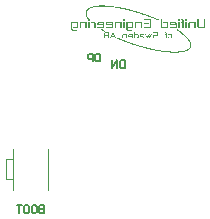
<source format=gbr>
%TF.GenerationSoftware,Altium Limited,Altium Designer,23.5.1 (21)*%
G04 Layer_Color=32896*
%FSLAX45Y45*%
%MOMM*%
%TF.SameCoordinates,8EFB5E64-3944-4511-97F7-C7C57B94F044*%
%TF.FilePolarity,Positive*%
%TF.FileFunction,Legend,Bot*%
%TF.Part,CustomerPanel*%
G01*
G75*
%TA.AperFunction,NonConductor*%
%ADD36C,0.15240*%
%ADD39C,0.10000*%
G36*
X1625761Y3649495D02*
X1630481D01*
X1634645Y3649217D01*
X1637976D01*
X1639087Y3648940D01*
X1640753D01*
X1646860Y3648662D01*
X1652968Y3648385D01*
X1658798Y3648107D01*
X1664073Y3647552D01*
X1668515Y3647274D01*
X1670181Y3646997D01*
X1673234D01*
X1674067Y3646719D01*
X1674900D01*
X1681563Y3646164D01*
X1688226Y3645331D01*
X1694334Y3644776D01*
X1699886Y3643943D01*
X1704606Y3643387D01*
X1706549Y3643110D01*
X1708215D01*
X1709603Y3642832D01*
X1710713Y3642555D01*
X1711546D01*
X1718764Y3641444D01*
X1725705Y3640334D01*
X1732368Y3639501D01*
X1738198Y3638390D01*
X1740974Y3638113D01*
X1743473Y3637557D01*
X1745416Y3637280D01*
X1747359Y3637002D01*
X1748748Y3636725D01*
X1749858D01*
X1750413Y3636447D01*
X1750691D01*
X1758187Y3635059D01*
X1765127Y3633948D01*
X1772068Y3632560D01*
X1778176Y3631450D01*
X1780674Y3630894D01*
X1783173Y3630339D01*
X1785394Y3630062D01*
X1787059Y3629784D01*
X1788725Y3629229D01*
X1789836D01*
X1790391Y3628951D01*
X1790669D01*
X1798720Y3627285D01*
X1806493Y3625620D01*
X1813711Y3623954D01*
X1820374Y3622566D01*
X1823150Y3621733D01*
X1825649Y3621178D01*
X1828147Y3620622D01*
X1830091Y3620067D01*
X1831479Y3619790D01*
X1832867Y3619512D01*
X1833422Y3619234D01*
X1833700D01*
X1841751Y3617291D01*
X1849802Y3615348D01*
X1857298Y3613404D01*
X1863961Y3611739D01*
X1866737Y3610906D01*
X1869513Y3610350D01*
X1871734Y3609795D01*
X1873677Y3609240D01*
X1875343Y3608685D01*
X1876454Y3608407D01*
X1877287Y3608129D01*
X1877564D01*
X1885615Y3605908D01*
X1893666Y3603410D01*
X1900884Y3601189D01*
X1907547Y3599246D01*
X1910601Y3598413D01*
X1913377Y3597580D01*
X1915598Y3597025D01*
X1917542Y3596192D01*
X1919207Y3595636D01*
X1920318Y3595359D01*
X1921151Y3595081D01*
X1921428D01*
X1929757Y3592583D01*
X1937808Y3590084D01*
X1945582Y3587585D01*
X1952245Y3585642D01*
X1955298Y3584532D01*
X1957797Y3583699D01*
X1960296Y3582866D01*
X1962239Y3582311D01*
X1963905Y3581755D01*
X1965015Y3581200D01*
X1965848Y3580922D01*
X1966126D01*
X1972511Y3578702D01*
X1978619Y3576758D01*
X1984171Y3574815D01*
X1989446Y3572871D01*
X1993610Y3571483D01*
X1995276Y3570928D01*
X1996942Y3570373D01*
X1998052Y3569818D01*
X1998885Y3569540D01*
X1999440Y3569262D01*
X1999718D01*
X2005826Y3566764D01*
X2011933Y3564543D01*
X2017486Y3562322D01*
X2022483Y3560378D01*
X2026647Y3558990D01*
X2028313Y3558157D01*
X2029979Y3557602D01*
X2031089Y3557047D01*
X2031922Y3556769D01*
X2032477Y3556492D01*
X2032755D01*
X2038863Y3554271D01*
X2044693Y3552050D01*
X2049967Y3549829D01*
X2054965Y3547885D01*
X2059129Y3546220D01*
X2060795Y3545387D01*
X2062183Y3544832D01*
X2063293Y3544276D01*
X2064126Y3543999D01*
X2064681Y3543721D01*
X2064959D01*
X2070789Y3541223D01*
X2076619Y3539002D01*
X2081616Y3536781D01*
X2086336Y3534837D01*
X2090500Y3533171D01*
X2093276Y3531783D01*
X2094665Y3531228D01*
X2095220Y3530951D01*
X2095775Y3530673D01*
X2096053D01*
X2092444Y3522344D01*
X2086891Y3524843D01*
X2081339Y3527341D01*
X2076064Y3529562D01*
X2071344Y3531506D01*
X2067180Y3533171D01*
X2064126Y3534560D01*
X2063016Y3535115D01*
X2062183Y3535392D01*
X2061628Y3535670D01*
X2061350D01*
X2055520Y3538169D01*
X2049967Y3540390D01*
X2044415Y3542611D01*
X2039695Y3544554D01*
X2035531Y3546220D01*
X2033865Y3546775D01*
X2032477Y3547330D01*
X2031367Y3547885D01*
X2030534Y3548163D01*
X2029979Y3548441D01*
X2029701D01*
X2023593Y3550939D01*
X2017486Y3553160D01*
X2011933Y3555104D01*
X2006936Y3557047D01*
X2002494Y3558435D01*
X2000828Y3558990D01*
X1999163Y3559546D01*
X1998052Y3560101D01*
X1997219Y3560378D01*
X1996664Y3560656D01*
X1996386D01*
X1990279Y3562877D01*
X1984171Y3565098D01*
X1978619Y3567041D01*
X1973621Y3568707D01*
X1969457Y3570373D01*
X1967791Y3570928D01*
X1966126Y3571483D01*
X1965015Y3571761D01*
X1964182Y3572039D01*
X1963627Y3572316D01*
X1963349D01*
X1955021Y3575092D01*
X1946970Y3577869D01*
X1939752Y3580090D01*
X1932811Y3582311D01*
X1930035Y3583421D01*
X1927259Y3584254D01*
X1925038Y3584809D01*
X1923094Y3585642D01*
X1921428Y3586197D01*
X1920318Y3586475D01*
X1919485Y3586753D01*
X1919207D01*
X1910879Y3589251D01*
X1902828Y3591472D01*
X1895610Y3593693D01*
X1888669Y3595636D01*
X1885893Y3596469D01*
X1883117Y3597302D01*
X1880896Y3597857D01*
X1878952Y3598413D01*
X1877287Y3598968D01*
X1876176Y3599246D01*
X1875343Y3599523D01*
X1875066D01*
X1867015Y3601744D01*
X1858964Y3603965D01*
X1851745Y3605631D01*
X1845082Y3607297D01*
X1842306Y3608129D01*
X1839530Y3608685D01*
X1837309Y3609240D01*
X1835366Y3609795D01*
X1833978Y3610073D01*
X1832589Y3610350D01*
X1832034Y3610628D01*
X1831757D01*
X1823706Y3612571D01*
X1815932Y3614237D01*
X1808714Y3615903D01*
X1802329Y3617291D01*
X1799275Y3617846D01*
X1796776Y3618401D01*
X1794278Y3618957D01*
X1792334Y3619234D01*
X1790946Y3619512D01*
X1789558Y3619790D01*
X1789003Y3620067D01*
X1788725D01*
X1781229Y3621455D01*
X1774011Y3623121D01*
X1767071Y3624232D01*
X1761241Y3625342D01*
X1758464Y3625897D01*
X1755966Y3626175D01*
X1754022Y3626730D01*
X1752079Y3627008D01*
X1750691Y3627285D01*
X1749580D01*
X1749025Y3627563D01*
X1748748D01*
X1741529Y3628951D01*
X1734311Y3630062D01*
X1727926Y3631172D01*
X1722096Y3632005D01*
X1719597Y3632283D01*
X1717376Y3632560D01*
X1715433Y3633115D01*
X1713767D01*
X1712379Y3633393D01*
X1711269Y3633671D01*
X1710436D01*
X1703495Y3634504D01*
X1697110Y3635336D01*
X1691002Y3635892D01*
X1685727Y3636447D01*
X1681008Y3637002D01*
X1679342D01*
X1677676Y3637280D01*
X1676288D01*
X1675455Y3637557D01*
X1674623D01*
X1667960Y3638113D01*
X1661852Y3638945D01*
X1656022Y3639223D01*
X1650747Y3639778D01*
X1646583Y3640056D01*
X1643251D01*
X1642141Y3640334D01*
X1634367D01*
X1628537Y3640611D01*
X1603551D01*
X1598276Y3640334D01*
X1593557D01*
X1589393Y3640056D01*
X1585783Y3639778D01*
X1583007D01*
X1582174Y3639501D01*
X1580786D01*
X1575789Y3638945D01*
X1571070Y3638668D01*
X1566905Y3638113D01*
X1563018Y3637557D01*
X1559965Y3637002D01*
X1557466Y3636725D01*
X1556078Y3636447D01*
X1555523D01*
X1551081Y3635614D01*
X1547194Y3634781D01*
X1543307Y3634226D01*
X1540253Y3633393D01*
X1537477Y3632838D01*
X1535534Y3632283D01*
X1534423Y3631727D01*
X1533868D01*
X1530259Y3630617D01*
X1526650Y3629506D01*
X1523596Y3628396D01*
X1520820Y3627563D01*
X1518599Y3626730D01*
X1516933Y3625897D01*
X1515823Y3625620D01*
X1515545Y3625342D01*
X1512491Y3623954D01*
X1509715Y3622566D01*
X1507494Y3621455D01*
X1505273Y3620067D01*
X1503607Y3618957D01*
X1502497Y3618124D01*
X1501664Y3617569D01*
X1501386Y3617291D01*
X1497500Y3613959D01*
X1494446Y3610906D01*
X1493335Y3609795D01*
X1492225Y3608685D01*
X1491947Y3608129D01*
X1491670Y3607852D01*
X1488893Y3603965D01*
X1486950Y3600634D01*
X1486395Y3599246D01*
X1485840Y3598135D01*
X1485562Y3597302D01*
Y3597025D01*
X1484451Y3592860D01*
X1483896Y3589251D01*
X1483619Y3587585D01*
Y3586475D01*
Y3585642D01*
Y3585364D01*
X1483896Y3580922D01*
X1484174Y3578702D01*
X1484451Y3576758D01*
X1485007Y3575092D01*
X1485284Y3573704D01*
X1485562Y3572871D01*
Y3572594D01*
X1486950Y3567874D01*
X1487783Y3565376D01*
X1488616Y3563432D01*
X1489449Y3561489D01*
X1490281Y3560101D01*
X1490559Y3559268D01*
X1490837Y3558990D01*
X1493891Y3553438D01*
X1495279Y3550939D01*
X1496667Y3548718D01*
X1498055Y3546775D01*
X1499165Y3545109D01*
X1499721Y3543999D01*
X1499998Y3543721D01*
X1492780Y3538724D01*
X1488616Y3544832D01*
X1486950Y3547608D01*
X1485562Y3549829D01*
X1484451Y3552050D01*
X1483341Y3553438D01*
X1483063Y3554548D01*
X1482786Y3554826D01*
X1480287Y3560656D01*
X1479177Y3563155D01*
X1478344Y3565653D01*
X1477789Y3567597D01*
X1477233Y3568985D01*
X1476956Y3570095D01*
Y3570373D01*
X1475568Y3575925D01*
X1475012Y3578702D01*
Y3580922D01*
X1474735Y3582866D01*
Y3584254D01*
Y3585364D01*
Y3585642D01*
X1475290Y3590917D01*
X1475568Y3593415D01*
X1475845Y3595636D01*
X1476400Y3597302D01*
X1476678Y3598690D01*
X1476956Y3599523D01*
Y3599801D01*
X1478899Y3605076D01*
X1480287Y3607297D01*
X1481398Y3609240D01*
X1482508Y3610906D01*
X1483341Y3612016D01*
X1483896Y3612849D01*
X1484174Y3613127D01*
X1488061Y3617569D01*
X1490004Y3619512D01*
X1491947Y3621455D01*
X1493613Y3622843D01*
X1495001Y3623954D01*
X1495834Y3624509D01*
X1496112Y3624787D01*
X1501386Y3628118D01*
X1504163Y3629506D01*
X1506661Y3630894D01*
X1508882Y3631727D01*
X1510548Y3632560D01*
X1511658Y3633115D01*
X1511936Y3633393D01*
X1518599Y3636169D01*
X1521653Y3637557D01*
X1524707Y3638390D01*
X1527205Y3639223D01*
X1529426Y3639778D01*
X1530537Y3640334D01*
X1531092D01*
X1539143Y3642277D01*
X1543030Y3643387D01*
X1546639Y3643943D01*
X1549693Y3644498D01*
X1551914Y3645053D01*
X1553579Y3645331D01*
X1554135D01*
X1563296Y3646719D01*
X1567738Y3647274D01*
X1571625Y3647552D01*
X1574956Y3647829D01*
X1577732Y3648107D01*
X1579398Y3648385D01*
X1579953D01*
X1590225Y3649217D01*
X1594945Y3649495D01*
X1599387D01*
X1603274Y3649773D01*
X1620209D01*
X1625761Y3649495D01*
D02*
G37*
G36*
X2329810Y3522067D02*
X2318706D01*
Y3533171D01*
X2329810D01*
Y3522067D01*
D02*
G37*
G36*
X2272620D02*
X2261238D01*
Y3533171D01*
X2272620D01*
Y3522067D01*
D02*
G37*
G36*
X1804550D02*
X1793167D01*
Y3533171D01*
X1804550D01*
Y3522067D01*
D02*
G37*
G36*
X1508882D02*
X1497500D01*
Y3533171D01*
X1508882D01*
Y3522067D01*
D02*
G37*
G36*
X2012766Y3492361D02*
X1970845D01*
Y3503188D01*
X2012766D01*
Y3492361D01*
D02*
G37*
G36*
X2487500Y3472650D02*
X2487222Y3469874D01*
X2486667Y3467375D01*
X2486112Y3465154D01*
X2485001Y3463211D01*
X2483613Y3461545D01*
X2482225Y3460157D01*
X2479171Y3458214D01*
X2476395Y3457103D01*
X2473619Y3456548D01*
X2472508Y3456270D01*
X2438083D01*
X2435307Y3456548D01*
X2432531Y3457103D01*
X2430310Y3457658D01*
X2428644Y3458769D01*
X2426978Y3460157D01*
X2425590Y3461545D01*
X2423369Y3464599D01*
X2422259Y3467375D01*
X2421426Y3470151D01*
Y3471262D01*
X2421148Y3471817D01*
Y3472372D01*
Y3472650D01*
Y3533171D01*
X2432531D01*
Y3474316D01*
X2432808Y3472095D01*
X2433641Y3470429D01*
X2435029Y3469041D01*
X2436140Y3468208D01*
X2437528Y3467653D01*
X2438916Y3467375D01*
X2469177D01*
X2471675Y3467653D01*
X2473619Y3468486D01*
X2474729Y3469874D01*
X2475840Y3471262D01*
X2476395Y3472372D01*
X2476672Y3473760D01*
Y3474593D01*
Y3474871D01*
Y3533171D01*
X2487500D01*
Y3472650D01*
D02*
G37*
G36*
X2405324Y3456270D02*
X2394219D01*
Y3500412D01*
X2363125D01*
X2360626Y3500134D01*
X2358683Y3499302D01*
X2357573Y3497914D01*
X2356462Y3496803D01*
X2355907Y3495415D01*
X2355629Y3494304D01*
Y3493472D01*
Y3493194D01*
Y3456270D01*
X2344802D01*
Y3494582D01*
X2345080Y3497636D01*
X2345635Y3500134D01*
X2346190Y3502355D01*
X2347301Y3504299D01*
X2348689Y3505965D01*
X2350077Y3507353D01*
X2352853Y3509296D01*
X2355907Y3510684D01*
X2358683Y3511239D01*
X2359794Y3511517D01*
X2405324D01*
Y3456270D01*
D02*
G37*
G36*
X2329810D02*
X2318706D01*
Y3511795D01*
X2329810D01*
Y3456270D01*
D02*
G37*
G36*
X2292054Y3532894D02*
X2294552Y3532339D01*
X2296773Y3531783D01*
X2298717Y3530673D01*
X2300382Y3529285D01*
X2301771Y3527897D01*
X2303714Y3525120D01*
X2304824Y3522067D01*
X2305380Y3519290D01*
X2305657Y3518180D01*
Y3517625D01*
Y3517069D01*
Y3516792D01*
Y3456270D01*
X2294830D01*
Y3500412D01*
X2283725D01*
Y3511517D01*
X2294830D01*
Y3515404D01*
X2294552Y3517625D01*
X2293720Y3519290D01*
X2292609Y3520679D01*
X2291499Y3521511D01*
X2290388Y3522067D01*
X2289278Y3522344D01*
X2280671D01*
Y3533171D01*
X2289278D01*
X2292054Y3532894D01*
D02*
G37*
G36*
X2272065Y3456270D02*
X2261238D01*
Y3511795D01*
X2272065D01*
Y3456270D01*
D02*
G37*
G36*
X2234308Y3511239D02*
X2236807Y3510684D01*
X2239028Y3509851D01*
X2240971Y3508741D01*
X2242637Y3507353D01*
X2244025Y3505965D01*
X2245969Y3502911D01*
X2247079Y3499857D01*
X2247634Y3497081D01*
X2247912Y3495970D01*
Y3495415D01*
Y3494860D01*
Y3494582D01*
Y3472372D01*
X2247634Y3469596D01*
X2247079Y3467097D01*
X2246524Y3464876D01*
X2245413Y3463211D01*
X2244025Y3461545D01*
X2242637Y3460157D01*
X2239583Y3458214D01*
X2236807Y3457103D01*
X2234031Y3456548D01*
X2232920Y3456270D01*
X2190167D01*
Y3467375D01*
X2229589D01*
X2232087Y3467653D01*
X2234031Y3468763D01*
X2235141Y3469874D01*
X2236252Y3471539D01*
X2236807Y3472928D01*
X2237085Y3474316D01*
Y3475148D01*
Y3475426D01*
Y3492361D01*
X2236807Y3494860D01*
X2235697Y3496803D01*
X2234308Y3498191D01*
X2232920Y3499302D01*
X2231255Y3499857D01*
X2230144Y3500134D01*
X2204325D01*
X2202382Y3499857D01*
X2200994Y3499579D01*
X2200161Y3499024D01*
X2199328Y3498191D01*
X2198773Y3496803D01*
Y3496525D01*
Y3496248D01*
Y3491528D01*
X2231255D01*
Y3480701D01*
X2187390D01*
Y3497358D01*
X2187668Y3499857D01*
X2188223Y3501800D01*
X2189056Y3503744D01*
X2190167Y3505409D01*
X2192943Y3507908D01*
X2195997Y3509574D01*
X2199050Y3510684D01*
X2201827Y3511239D01*
X2202660Y3511517D01*
X2231532D01*
X2234308Y3511239D01*
D02*
G37*
G36*
X2125203Y3467375D02*
X2154353D01*
X2157407Y3467653D01*
X2159628Y3468763D01*
X2161294Y3470151D01*
X2162404Y3471817D01*
X2162960Y3473205D01*
X2163237Y3474593D01*
X2163515Y3475704D01*
Y3475981D01*
Y3492639D01*
X2163237Y3495137D01*
X2162404Y3497081D01*
X2161294Y3498469D01*
X2159906Y3499579D01*
X2158518Y3500134D01*
X2157407Y3500412D01*
X2130755D01*
Y3511517D01*
X2158240D01*
X2161016Y3511239D01*
X2163515Y3510684D01*
X2165736Y3509574D01*
X2167679Y3508741D01*
X2169345Y3507353D01*
X2170733Y3505965D01*
X2172676Y3502911D01*
X2174064Y3500134D01*
X2174620Y3497636D01*
X2174897Y3495693D01*
Y3495415D01*
Y3495137D01*
Y3473205D01*
X2174620Y3470429D01*
X2174064Y3467653D01*
X2173232Y3465432D01*
X2172121Y3463766D01*
X2171011Y3462100D01*
X2169623Y3460712D01*
X2166569Y3458491D01*
X2163515Y3457381D01*
X2160739Y3456548D01*
X2159628D01*
X2159073Y3456270D01*
X2114376D01*
Y3533171D01*
X2125203D01*
Y3467375D01*
D02*
G37*
G36*
X2029979Y3456270D02*
X1970012D01*
Y3467375D01*
X2019151D01*
Y3522344D01*
X1970012D01*
Y3533171D01*
X2029979D01*
Y3456270D01*
D02*
G37*
G36*
X1953077D02*
X1942250D01*
Y3500412D01*
X1910879D01*
X1908658Y3500134D01*
X1906715Y3499302D01*
X1905604Y3497914D01*
X1904771Y3496803D01*
X1904216Y3495415D01*
X1903938Y3494304D01*
X1903661Y3493472D01*
Y3493194D01*
Y3456270D01*
X1892556D01*
Y3494582D01*
X1892833Y3497636D01*
X1893389Y3500134D01*
X1893944Y3502355D01*
X1895054Y3504299D01*
X1896442Y3505965D01*
X1897831Y3507353D01*
X1900607Y3509296D01*
X1903661Y3510684D01*
X1906437Y3511239D01*
X1907547Y3511517D01*
X1953077D01*
Y3456270D01*
D02*
G37*
G36*
X1866182Y3511239D02*
X1868680Y3510684D01*
X1870901Y3509851D01*
X1872845Y3508741D01*
X1874510Y3507353D01*
X1875898Y3505965D01*
X1877842Y3502633D01*
X1878952Y3499579D01*
X1879508Y3496803D01*
X1879785Y3495970D01*
Y3495137D01*
Y3494582D01*
Y3494304D01*
Y3472372D01*
X1879508Y3469596D01*
X1878952Y3467097D01*
X1878397Y3464876D01*
X1877287Y3463211D01*
X1875898Y3461545D01*
X1874510Y3460157D01*
X1871457Y3458214D01*
X1868680Y3457103D01*
X1865904Y3456548D01*
X1864794Y3456270D01*
X1835643D01*
Y3467375D01*
X1860907D01*
X1863683Y3467653D01*
X1865626Y3468486D01*
X1867015Y3469874D01*
X1867847Y3471262D01*
X1868403Y3472372D01*
X1868958Y3473760D01*
Y3474593D01*
Y3474871D01*
Y3491806D01*
X1868680Y3494582D01*
X1867570Y3496803D01*
X1865904Y3498191D01*
X1864238Y3499302D01*
X1862573Y3499857D01*
X1860907Y3500134D01*
X1859796Y3500412D01*
X1830091D01*
Y3452106D01*
X1830368Y3449885D01*
X1831201Y3448219D01*
X1832589Y3447109D01*
X1833700Y3446276D01*
X1835088Y3445721D01*
X1836476Y3445443D01*
X1868958D01*
Y3434060D01*
X1835643D01*
X1832867Y3434338D01*
X1830091Y3434893D01*
X1828147Y3435726D01*
X1826204Y3436837D01*
X1824538Y3437947D01*
X1823150Y3439335D01*
X1821207Y3442667D01*
X1820096Y3445721D01*
X1819541Y3448497D01*
X1819264Y3449330D01*
Y3450163D01*
Y3450718D01*
Y3450995D01*
Y3511517D01*
X1863405D01*
X1866182Y3511239D01*
D02*
G37*
G36*
X1804550Y3456270D02*
X1793445D01*
Y3511795D01*
X1804550D01*
Y3456270D01*
D02*
G37*
G36*
X1780119D02*
X1769292D01*
Y3500412D01*
X1737920D01*
X1735699Y3500134D01*
X1734034Y3499302D01*
X1732646Y3497914D01*
X1731813Y3496803D01*
X1731257Y3495415D01*
X1730980Y3494304D01*
Y3493472D01*
Y3493194D01*
Y3456270D01*
X1719597D01*
Y3494582D01*
X1719875Y3497636D01*
X1720430Y3500134D01*
X1721263Y3502355D01*
X1722096Y3504299D01*
X1723484Y3505965D01*
X1724872Y3507353D01*
X1727926Y3509296D01*
X1731257Y3510684D01*
X1733756Y3511239D01*
X1734866Y3511517D01*
X1780119D01*
Y3456270D01*
D02*
G37*
G36*
X1693501Y3511239D02*
X1695999Y3510684D01*
X1698220Y3509851D01*
X1700164Y3508741D01*
X1701552Y3507353D01*
X1702940Y3505965D01*
X1704883Y3502911D01*
X1706271Y3499857D01*
X1706827Y3497081D01*
X1707104Y3495970D01*
Y3495415D01*
Y3494860D01*
Y3494582D01*
Y3472372D01*
X1706827Y3469596D01*
X1706271Y3467097D01*
X1705439Y3464876D01*
X1704328Y3463211D01*
X1703218Y3461545D01*
X1701829Y3460157D01*
X1698776Y3458214D01*
X1695722Y3457103D01*
X1692946Y3456548D01*
X1691835Y3456270D01*
X1649081D01*
Y3467375D01*
X1688504D01*
X1691002Y3467653D01*
X1692946Y3468763D01*
X1694056Y3469874D01*
X1695167Y3471539D01*
X1695722Y3472928D01*
X1695999Y3474316D01*
Y3475148D01*
Y3475426D01*
Y3492361D01*
X1695722Y3494860D01*
X1694611Y3496803D01*
X1693223Y3498191D01*
X1691835Y3499302D01*
X1690169Y3499857D01*
X1689059Y3500134D01*
X1662962D01*
X1661297Y3499857D01*
X1659909Y3499579D01*
X1659076Y3499024D01*
X1658243Y3498191D01*
X1657688Y3496803D01*
Y3496525D01*
Y3496248D01*
Y3491528D01*
X1690169D01*
Y3480701D01*
X1646583D01*
Y3497358D01*
X1646860Y3499857D01*
X1647416Y3501800D01*
X1647971Y3503744D01*
X1649081Y3505409D01*
X1651858Y3507908D01*
X1654634Y3509574D01*
X1657688Y3510684D01*
X1660464Y3511239D01*
X1661574Y3511517D01*
X1690447D01*
X1693501Y3511239D01*
D02*
G37*
G36*
X1620209D02*
X1622707Y3510684D01*
X1624928Y3509851D01*
X1626872Y3508741D01*
X1628537Y3507353D01*
X1629925Y3505965D01*
X1631869Y3502911D01*
X1632979Y3499857D01*
X1633534Y3497081D01*
X1633812Y3495970D01*
Y3495415D01*
Y3494860D01*
Y3494582D01*
Y3472372D01*
X1633534Y3469596D01*
X1632979Y3467097D01*
X1632146Y3464876D01*
X1631036Y3463211D01*
X1629925Y3461545D01*
X1628537Y3460157D01*
X1625483Y3458214D01*
X1622430Y3457103D01*
X1619931Y3456548D01*
X1618820Y3456270D01*
X1575511D01*
Y3467375D01*
X1615489D01*
X1617988Y3467653D01*
X1619931Y3468763D01*
X1621041Y3469874D01*
X1622152Y3471539D01*
X1622707Y3472928D01*
X1622985Y3474316D01*
Y3475148D01*
Y3475426D01*
Y3492361D01*
X1622707Y3494860D01*
X1621597Y3496803D01*
X1620209Y3498191D01*
X1618543Y3499302D01*
X1617155Y3499857D01*
X1615767Y3500134D01*
X1589670D01*
X1587727Y3499857D01*
X1586339Y3499579D01*
X1585506Y3499024D01*
X1584673Y3498191D01*
X1584118Y3496803D01*
Y3496525D01*
Y3496248D01*
Y3491528D01*
X1616600D01*
Y3480701D01*
X1573290D01*
Y3497358D01*
X1573568Y3499857D01*
X1574123Y3501800D01*
X1574679Y3503744D01*
X1575789Y3505409D01*
X1578565Y3507908D01*
X1581342Y3509574D01*
X1584395Y3510684D01*
X1587172Y3511239D01*
X1588282Y3511517D01*
X1617432D01*
X1620209Y3511239D01*
D02*
G37*
G36*
X1546916D02*
X1549415Y3510684D01*
X1551636Y3509851D01*
X1553579Y3508741D01*
X1555245Y3507353D01*
X1556633Y3505965D01*
X1558577Y3503188D01*
X1559687Y3500134D01*
X1560242Y3497636D01*
X1560520Y3496525D01*
Y3495693D01*
Y3495415D01*
Y3495137D01*
Y3456270D01*
X1549415D01*
Y3493472D01*
X1549137Y3495693D01*
X1548304Y3497358D01*
X1547194Y3498746D01*
X1545806Y3499579D01*
X1544418Y3500134D01*
X1543307Y3500412D01*
X1521653D01*
Y3511517D01*
X1544140D01*
X1546916Y3511239D01*
D02*
G37*
G36*
X1508882Y3456270D02*
X1497500D01*
Y3511795D01*
X1508882D01*
Y3456270D01*
D02*
G37*
G36*
X1484729D02*
X1473624D01*
Y3500412D01*
X1442531D01*
X1440310Y3500134D01*
X1438366Y3499302D01*
X1436978Y3497914D01*
X1436145Y3496803D01*
X1435590Y3495415D01*
X1435312Y3494304D01*
X1435035Y3493472D01*
Y3493194D01*
Y3456270D01*
X1424207D01*
Y3494582D01*
X1424485Y3497636D01*
X1425040Y3500134D01*
X1425873Y3502355D01*
X1426706Y3504299D01*
X1428094Y3505965D01*
X1429482Y3507353D01*
X1432536Y3509296D01*
X1435590Y3510684D01*
X1438366Y3511239D01*
X1439199Y3511517D01*
X1484729D01*
Y3456270D01*
D02*
G37*
G36*
X1397556Y3511239D02*
X1400054Y3510684D01*
X1402275Y3509851D01*
X1404219Y3508741D01*
X1405884Y3507353D01*
X1407273Y3505965D01*
X1409216Y3502633D01*
X1410326Y3499579D01*
X1410882Y3496803D01*
X1411159Y3495970D01*
Y3495137D01*
Y3494582D01*
Y3494304D01*
Y3472372D01*
X1410882Y3469596D01*
X1410326Y3467097D01*
X1409771Y3464876D01*
X1408661Y3463211D01*
X1407273Y3461545D01*
X1405884Y3460157D01*
X1402831Y3458214D01*
X1400054Y3457103D01*
X1397278Y3456548D01*
X1396168Y3456270D01*
X1367573D01*
Y3467375D01*
X1392559D01*
X1395057Y3467653D01*
X1397001Y3468486D01*
X1398389Y3469874D01*
X1399221Y3471262D01*
X1399777Y3472372D01*
X1400332Y3473760D01*
Y3474593D01*
Y3474871D01*
Y3491806D01*
X1400054Y3494582D01*
X1398944Y3496803D01*
X1397278Y3498191D01*
X1395612Y3499302D01*
X1393947Y3499857D01*
X1392281Y3500134D01*
X1391170Y3500412D01*
X1361743D01*
Y3452106D01*
X1362020Y3449885D01*
X1362853Y3448219D01*
X1364241Y3447109D01*
X1365352Y3446276D01*
X1366740Y3445721D01*
X1368128Y3445443D01*
X1400332D01*
Y3434060D01*
X1367295D01*
X1364241Y3434338D01*
X1361743Y3434893D01*
X1359522Y3435726D01*
X1357578Y3436837D01*
X1355912Y3437947D01*
X1354802Y3439335D01*
X1352581Y3442667D01*
X1351470Y3445721D01*
X1350915Y3448497D01*
X1350638Y3449330D01*
Y3450163D01*
Y3450718D01*
Y3450995D01*
Y3511517D01*
X1394780D01*
X1397556Y3511239D01*
D02*
G37*
G36*
X1613268Y3448774D02*
X1615767Y3447386D01*
X1617988Y3445998D01*
X1619931Y3444888D01*
X1621319Y3444055D01*
X1622430Y3443500D01*
X1622707Y3443222D01*
X1627982Y3439891D01*
X1630481Y3438502D01*
X1632979Y3437114D01*
X1634923Y3435726D01*
X1636311Y3434893D01*
X1637421Y3434338D01*
X1637699Y3434060D01*
X1632979Y3426287D01*
X1627427Y3429618D01*
X1624928Y3431284D01*
X1622430Y3432672D01*
X1620764Y3433783D01*
X1619098Y3434616D01*
X1618265Y3435171D01*
X1617988Y3435449D01*
X1612435Y3438780D01*
X1609937Y3440446D01*
X1607716Y3441834D01*
X1606050Y3442944D01*
X1604384Y3443777D01*
X1603551Y3444332D01*
X1603274Y3444610D01*
X1607993Y3452106D01*
X1613268Y3448774D01*
D02*
G37*
G36*
X2000273Y3370485D02*
X1996386D01*
X1978619Y3406853D01*
X1986392D01*
X1998330Y3381312D01*
X2010823Y3406853D01*
X2018319D01*
X2000273Y3370485D01*
D02*
G37*
G36*
X2019429Y3370763D02*
X2016098D01*
X2010545Y3382700D01*
X2013321Y3389641D01*
X2017208Y3381035D01*
X2029979Y3407131D01*
X2037474D01*
X2019429Y3370763D01*
D02*
G37*
G36*
X2201549Y3406576D02*
X2204325Y3405465D01*
X2205991Y3403800D01*
X2207379Y3401856D01*
X2208212Y3399635D01*
X2208490Y3397970D01*
X2208767Y3396859D01*
Y3396304D01*
Y3379924D01*
X2208212Y3376870D01*
X2207102Y3374372D01*
X2205436Y3372706D01*
X2203215Y3371595D01*
X2201271Y3371040D01*
X2199606Y3370763D01*
X2198495Y3370485D01*
X2179617D01*
X2175730Y3370763D01*
X2172954Y3371873D01*
X2171011Y3373261D01*
X2169623Y3374927D01*
X2168790Y3376593D01*
X2168512Y3377981D01*
X2168234Y3379091D01*
Y3379369D01*
Y3396304D01*
X2168790Y3399913D01*
X2169900Y3402689D01*
X2171844Y3404633D01*
X2173787Y3405743D01*
X2176008Y3406576D01*
X2177951Y3406853D01*
X2179062Y3407131D01*
X2197940D01*
X2201549Y3406576D01*
D02*
G37*
G36*
X2152688Y3421567D02*
X2155464Y3420179D01*
X2157407Y3418236D01*
X2158795Y3416293D01*
X2159628Y3414072D01*
X2159906Y3412406D01*
X2160183Y3411295D01*
Y3410740D01*
Y3370485D01*
X2152688D01*
Y3399913D01*
X2145192D01*
Y3407131D01*
X2152688D01*
Y3409907D01*
X2152410Y3411573D01*
X2151855Y3412684D01*
X2151299Y3413516D01*
X2150467Y3414072D01*
X2148801Y3414627D01*
X2143248D01*
Y3422123D01*
X2149079D01*
X2152688Y3421567D01*
D02*
G37*
G36*
X2084115D02*
X2086891Y3420179D01*
X2088557Y3418236D01*
X2089945Y3416293D01*
X2090778Y3414072D01*
X2091056Y3412406D01*
X2091333Y3411295D01*
Y3410740D01*
Y3405743D01*
X2090778Y3402134D01*
X2089667Y3399358D01*
X2088002Y3397414D01*
X2085781Y3396026D01*
X2083837Y3395193D01*
X2082172Y3394916D01*
X2081061Y3394638D01*
X2059684D01*
X2058018Y3394360D01*
X2056908Y3393805D01*
X2055798Y3392972D01*
X2055242Y3392140D01*
X2054687Y3390474D01*
Y3389919D01*
Y3389641D01*
Y3382978D01*
X2054965Y3381312D01*
X2055520Y3380202D01*
X2056353Y3379091D01*
X2057186Y3378536D01*
X2058851Y3377981D01*
X2091056D01*
Y3370485D01*
X2058574D01*
X2054687Y3371040D01*
X2051911Y3372151D01*
X2049967Y3373816D01*
X2048579Y3376037D01*
X2047746Y3377981D01*
X2047469Y3379647D01*
X2047191Y3380757D01*
Y3381312D01*
Y3391584D01*
X2047746Y3394916D01*
X2048857Y3397414D01*
X2050800Y3399358D01*
X2052744Y3400468D01*
X2054965Y3401301D01*
X2056908Y3401579D01*
X2058018Y3401856D01*
X2079395D01*
X2080783Y3402134D01*
X2081894Y3402689D01*
X2082727Y3403244D01*
X2083282Y3404077D01*
X2083837Y3405743D01*
Y3406021D01*
Y3406298D01*
Y3409907D01*
X2083560Y3411573D01*
X2083004Y3412684D01*
X2082449Y3413516D01*
X2081616Y3414072D01*
X2079951Y3414627D01*
X2047746D01*
Y3422123D01*
X2080506D01*
X2084115Y3421567D01*
D02*
G37*
G36*
X1966126Y3406576D02*
X1968902Y3405465D01*
X1970568Y3403800D01*
X1971956Y3401856D01*
X1972789Y3399635D01*
X1973066Y3397970D01*
X1973344Y3396859D01*
Y3396304D01*
Y3381312D01*
X1972789Y3377703D01*
X1971678Y3374927D01*
X1970012Y3373261D01*
X1967791Y3371873D01*
X1965848Y3371040D01*
X1964182Y3370763D01*
X1963072Y3370485D01*
X1934754D01*
Y3377981D01*
X1961406D01*
X1963072Y3378258D01*
X1964182Y3378814D01*
X1965293Y3379647D01*
X1965848Y3380757D01*
X1966403Y3382423D01*
Y3382978D01*
Y3383256D01*
Y3394638D01*
X1966126Y3396304D01*
X1965570Y3397692D01*
X1964460Y3398525D01*
X1963349Y3399358D01*
X1961406Y3399913D01*
X1943083D01*
X1941972Y3399358D01*
X1941140Y3398525D01*
X1940584Y3397692D01*
Y3397137D01*
Y3393805D01*
X1962239D01*
Y3386587D01*
X1933366D01*
Y3398247D01*
X1933921Y3401301D01*
X1935032Y3403522D01*
X1936698Y3404910D01*
X1938641Y3406021D01*
X1940862Y3406576D01*
X1942528Y3407131D01*
X1962517D01*
X1966126Y3406576D01*
D02*
G37*
G36*
X1892001Y3377981D02*
X1910879D01*
X1913100Y3378258D01*
X1914488Y3378814D01*
X1915598Y3379647D01*
X1916431Y3380757D01*
X1916987Y3381590D01*
X1917264Y3382423D01*
Y3382978D01*
Y3383256D01*
Y3394638D01*
X1916987Y3396304D01*
X1916431Y3397692D01*
X1915598Y3398525D01*
X1914766Y3399358D01*
X1913100Y3399913D01*
X1895332D01*
Y3407131D01*
X1913655D01*
X1917264Y3406576D01*
X1920040Y3405465D01*
X1921984Y3403522D01*
X1923372Y3401579D01*
X1924205Y3399635D01*
X1924482Y3397970D01*
X1924760Y3396859D01*
Y3396304D01*
Y3381868D01*
X1924205Y3378258D01*
X1923094Y3375482D01*
X1921151Y3373261D01*
X1919207Y3372151D01*
X1917264Y3371040D01*
X1915321Y3370763D01*
X1914210Y3370485D01*
X1884505D01*
Y3422123D01*
X1892001D01*
Y3377981D01*
D02*
G37*
G36*
X1868680Y3406576D02*
X1871457Y3405465D01*
X1873122Y3403800D01*
X1874510Y3401856D01*
X1875343Y3399635D01*
X1875621Y3397970D01*
X1875898Y3396859D01*
Y3396304D01*
Y3381312D01*
X1875343Y3377703D01*
X1874233Y3374927D01*
X1872567Y3373261D01*
X1870346Y3371873D01*
X1868403Y3371040D01*
X1866737Y3370763D01*
X1865626Y3370485D01*
X1837309D01*
Y3377981D01*
X1863683D01*
X1865349Y3378258D01*
X1866459Y3378814D01*
X1867292Y3379647D01*
X1867847Y3380757D01*
X1868403Y3382423D01*
Y3382978D01*
Y3383256D01*
Y3394638D01*
X1868125Y3396304D01*
X1867570Y3397692D01*
X1866737Y3398525D01*
X1865626Y3399358D01*
X1863683Y3399913D01*
X1846471D01*
X1844527Y3399358D01*
X1843139Y3398525D01*
X1842584Y3397692D01*
Y3397137D01*
X1843139Y3393805D01*
X1864516D01*
Y3386587D01*
X1835643D01*
Y3398247D01*
X1836199Y3401301D01*
X1837309Y3403522D01*
X1838975Y3404910D01*
X1840918Y3406021D01*
X1843139Y3406576D01*
X1844805Y3407131D01*
X1865071D01*
X1868680Y3406576D01*
D02*
G37*
G36*
X1827037Y3370485D02*
X1819541D01*
Y3399913D01*
X1798997D01*
X1797331Y3399635D01*
X1796221Y3399080D01*
X1795388Y3398525D01*
X1794833Y3397692D01*
X1794000Y3396026D01*
Y3395471D01*
Y3395193D01*
Y3370485D01*
X1786504D01*
X1786782Y3396304D01*
X1787337Y3399913D01*
X1788448Y3402689D01*
X1790391Y3404633D01*
X1792334Y3405743D01*
X1794278Y3406576D01*
X1796221Y3406853D01*
X1797331Y3407131D01*
X1827037D01*
Y3370485D01*
D02*
G37*
G36*
X1734034D02*
X1725427D01*
X1706549Y3410185D01*
X1695167Y3388530D01*
X1711546D01*
X1715155Y3381312D01*
X1692113D01*
X1686560Y3370485D01*
X1678232D01*
X1703218Y3421567D01*
X1708770D01*
X1734034Y3370485D01*
D02*
G37*
G36*
X1672124D02*
X1638809D01*
X1635478Y3371318D01*
X1632979Y3372428D01*
X1631036Y3374372D01*
X1629648Y3376315D01*
X1628815Y3377981D01*
X1628260Y3379647D01*
X1627982Y3380757D01*
Y3381312D01*
Y3391584D01*
X1628260Y3393250D01*
X1628537Y3394638D01*
X1629925Y3396859D01*
X1631313Y3397970D01*
X1631591Y3398247D01*
X1631869D01*
X1630481Y3399080D01*
X1629648Y3399913D01*
X1628537Y3402412D01*
X1628260Y3403522D01*
X1627982Y3404355D01*
Y3404910D01*
Y3405188D01*
Y3410740D01*
X1628815Y3414349D01*
X1629925Y3416848D01*
X1631869Y3419069D01*
X1633812Y3420457D01*
X1635478Y3421290D01*
X1637144Y3421845D01*
X1638254Y3422123D01*
X1672124D01*
Y3370485D01*
D02*
G37*
G36*
X2254575Y3445998D02*
X2260127Y3442389D01*
X2265402Y3438780D01*
X2269844Y3435726D01*
X2273453Y3433228D01*
X2276229Y3431007D01*
X2277340Y3430451D01*
X2278173Y3429896D01*
X2278450Y3429341D01*
X2278728D01*
X2283725Y3425732D01*
X2288445Y3422123D01*
X2292887Y3418791D01*
X2296773Y3415737D01*
X2299827Y3413239D01*
X2302326Y3411295D01*
X2303992Y3410185D01*
X2304269Y3409630D01*
X2304547D01*
X2308711Y3405743D01*
X2312875Y3402134D01*
X2316485Y3398802D01*
X2319816Y3395749D01*
X2322592Y3393250D01*
X2324813Y3391307D01*
X2325924Y3390196D01*
X2326479Y3389641D01*
X2330088Y3386032D01*
X2333420Y3382423D01*
X2336473Y3379369D01*
X2338972Y3376315D01*
X2341193Y3374094D01*
X2342581Y3372151D01*
X2343692Y3371040D01*
X2343969Y3370485D01*
X2347023Y3366876D01*
X2349522Y3363267D01*
X2352020Y3360213D01*
X2353964Y3357159D01*
X2355629Y3354938D01*
X2356740Y3352995D01*
X2357573Y3351884D01*
X2357850Y3351329D01*
X2361459Y3344666D01*
X2362570Y3341612D01*
X2363958Y3338836D01*
X2364791Y3336615D01*
X2365346Y3334672D01*
X2365901Y3333561D01*
Y3333284D01*
X2367845Y3326898D01*
X2368400Y3323845D01*
X2368955Y3321346D01*
X2369233Y3319125D01*
Y3317182D01*
X2369510Y3316071D01*
Y3315793D01*
Y3312740D01*
X2369233Y3309686D01*
X2368955Y3306910D01*
X2368400Y3304689D01*
X2367845Y3302745D01*
X2367567Y3301357D01*
X2367012Y3300247D01*
Y3299969D01*
X2365068Y3294694D01*
X2363680Y3292196D01*
X2362570Y3290252D01*
X2361459Y3288587D01*
X2360626Y3287198D01*
X2360071Y3286366D01*
X2359794Y3286088D01*
X2355907Y3281924D01*
X2353686Y3279980D01*
X2352020Y3278315D01*
X2350354Y3276926D01*
X2348966Y3275816D01*
X2348133Y3275261D01*
X2347856Y3274983D01*
X2342581Y3271652D01*
X2340082Y3270263D01*
X2337584Y3269153D01*
X2335363Y3268042D01*
X2333697Y3267210D01*
X2332587Y3266654D01*
X2332309Y3266377D01*
X2325368Y3263601D01*
X2322037Y3262490D01*
X2318983Y3261380D01*
X2316485Y3260547D01*
X2314264Y3259991D01*
X2313153Y3259436D01*
X2312598D01*
X2304824Y3257493D01*
X2300938Y3256660D01*
X2297606Y3255827D01*
X2294552Y3255272D01*
X2292054Y3254717D01*
X2290666Y3254439D01*
X2290110D01*
X2280949Y3253051D01*
X2276507Y3252496D01*
X2272343Y3252218D01*
X2269011Y3251940D01*
X2266235Y3251663D01*
X2265402Y3251385D01*
X2264014D01*
X2257906Y3251108D01*
X2255130Y3250830D01*
X2252632D01*
X2250411Y3250552D01*
X2247357D01*
X2240971Y3250275D01*
X2238195D01*
X2235419Y3249997D01*
X2222648D01*
X2220705Y3250275D01*
X2216818D01*
X2211821Y3250552D01*
X2207657D01*
X2205991Y3250830D01*
X2203492D01*
X2197107Y3251108D01*
X2190999Y3251385D01*
X2185169Y3251663D01*
X2179895Y3252218D01*
X2175175Y3252496D01*
X2173509Y3252773D01*
X2170455D01*
X2169623Y3253051D01*
X2168790D01*
X2162127Y3253606D01*
X2155464Y3254439D01*
X2149356Y3254994D01*
X2143804Y3255827D01*
X2139362Y3256382D01*
X2137141Y3256660D01*
X2135475Y3256938D01*
X2134365D01*
X2133254Y3257215D01*
X2132421D01*
X2125203Y3258326D01*
X2118540Y3259436D01*
X2111877Y3260269D01*
X2106047Y3261380D01*
X2103548Y3261657D01*
X2101050Y3262212D01*
X2099107Y3262490D01*
X2097163Y3262768D01*
X2095775Y3263045D01*
X2094665D01*
X2094109Y3263323D01*
X2093832D01*
X2086336Y3264711D01*
X2079118Y3265822D01*
X2072177Y3267210D01*
X2065792Y3268320D01*
X2063293Y3268875D01*
X2060517Y3269431D01*
X2058574Y3269708D01*
X2056630Y3270263D01*
X2054965Y3270541D01*
X2053854D01*
X2053299Y3270819D01*
X2053021D01*
X2045248Y3272484D01*
X2037474Y3274150D01*
X2030256Y3275538D01*
X2023593Y3277204D01*
X2020817Y3277759D01*
X2018319Y3278315D01*
X2015820Y3278870D01*
X2013877Y3279425D01*
X2012488Y3279703D01*
X2011100Y3279980D01*
X2010545Y3280258D01*
X2010268D01*
X2002216Y3282201D01*
X1994443Y3284145D01*
X1986947Y3286088D01*
X1980284Y3287754D01*
X1977508Y3288587D01*
X1974732Y3289142D01*
X1972511Y3289697D01*
X1970568Y3290252D01*
X1968902Y3290807D01*
X1967791Y3291085D01*
X1966958Y3291363D01*
X1966681D01*
X1958352Y3293584D01*
X1950301Y3296082D01*
X1942805Y3298303D01*
X1936142Y3300247D01*
X1933089Y3301080D01*
X1930312Y3301912D01*
X1928091Y3302745D01*
X1926148Y3303300D01*
X1924482Y3303856D01*
X1923372Y3304133D01*
X1922539Y3304411D01*
X1922261D01*
X1913933Y3306910D01*
X1905882Y3309408D01*
X1898386Y3311907D01*
X1891723Y3314128D01*
X1888669Y3314961D01*
X1885893Y3315793D01*
X1883672Y3316626D01*
X1881729Y3317182D01*
X1880063Y3317737D01*
X1878952Y3318292D01*
X1878119Y3318570D01*
X1877842D01*
X1871179Y3321068D01*
X1864794Y3323289D01*
X1858686Y3325233D01*
X1853411Y3327176D01*
X1848692Y3328842D01*
X1847026Y3329397D01*
X1845360Y3329952D01*
X1843972Y3330507D01*
X1843139Y3330785D01*
X1842584Y3331063D01*
X1842306D01*
X1835921Y3333561D01*
X1829536Y3335782D01*
X1823706Y3338003D01*
X1818431Y3339947D01*
X1813989Y3341612D01*
X1812045Y3342445D01*
X1810657Y3343000D01*
X1809269Y3343556D01*
X1808436Y3343833D01*
X1807881Y3344111D01*
X1807603D01*
X1801218Y3346610D01*
X1795110Y3349108D01*
X1789280Y3351607D01*
X1784006Y3353550D01*
X1779841Y3355493D01*
X1777898Y3356049D01*
X1776232Y3356882D01*
X1775122Y3357437D01*
X1774289Y3357714D01*
X1773734Y3357992D01*
X1773456D01*
X1767348Y3360491D01*
X1761241Y3363267D01*
X1755688Y3365488D01*
X1750691Y3367709D01*
X1746527Y3369375D01*
X1744583Y3370207D01*
X1743195Y3371040D01*
X1742085Y3371318D01*
X1741252Y3371873D01*
X1740697Y3372151D01*
X1740419D01*
X1744306Y3380202D01*
X1750413Y3377703D01*
X1756243Y3375205D01*
X1761796Y3372706D01*
X1766793Y3370763D01*
X1770957Y3368819D01*
X1772623Y3368264D01*
X1774289Y3367431D01*
X1775399Y3367154D01*
X1776232Y3366598D01*
X1776787Y3366321D01*
X1777065D01*
X1783450Y3363544D01*
X1789558Y3361046D01*
X1795110Y3358825D01*
X1800385Y3356604D01*
X1804550Y3354938D01*
X1806493Y3354105D01*
X1807881Y3353550D01*
X1809269Y3352995D01*
X1810102Y3352717D01*
X1810657Y3352440D01*
X1810935D01*
X1817320Y3349941D01*
X1823428Y3347720D01*
X1829258Y3345499D01*
X1834533Y3343556D01*
X1838975Y3341890D01*
X1840640Y3341335D01*
X1842306Y3340779D01*
X1843694Y3340224D01*
X1844527Y3339947D01*
X1845082Y3339669D01*
X1845360D01*
X1852023Y3337170D01*
X1858131Y3334949D01*
X1864238Y3332728D01*
X1869513Y3331063D01*
X1873955Y3329397D01*
X1875898Y3328842D01*
X1877564Y3328286D01*
X1878952Y3327731D01*
X1879785Y3327454D01*
X1880340Y3327176D01*
X1880618D01*
X1888947Y3324400D01*
X1896998Y3321901D01*
X1904494Y3319403D01*
X1911156Y3317182D01*
X1914210Y3316071D01*
X1916709Y3315238D01*
X1919207Y3314683D01*
X1921151Y3313850D01*
X1922817Y3313572D01*
X1923927Y3313017D01*
X1924760Y3312740D01*
X1925038D01*
X1933089Y3310241D01*
X1941140Y3308020D01*
X1948635Y3305799D01*
X1955298Y3303856D01*
X1958075Y3303023D01*
X1960851Y3302190D01*
X1963072Y3301635D01*
X1965015Y3301080D01*
X1966681Y3300524D01*
X1967791Y3300247D01*
X1968624Y3299969D01*
X1968902D01*
X1976953Y3297748D01*
X1984726Y3295805D01*
X1992222Y3293861D01*
X1998885Y3292196D01*
X2001661Y3291363D01*
X2004437Y3290807D01*
X2006658Y3290252D01*
X2008602Y3289697D01*
X2010268Y3289419D01*
X2011378Y3289142D01*
X2012211Y3288864D01*
X2012488D01*
X2020540Y3286921D01*
X2028035Y3285255D01*
X2035253Y3283589D01*
X2041639Y3282201D01*
X2044693Y3281646D01*
X2047191Y3281091D01*
X2049412Y3280535D01*
X2051356Y3280258D01*
X2052744Y3279980D01*
X2054132Y3279703D01*
X2054687Y3279425D01*
X2054965D01*
X2062460Y3278037D01*
X2069679Y3276371D01*
X2076619Y3275261D01*
X2082727Y3274150D01*
X2085503Y3273595D01*
X2087724Y3273317D01*
X2089945Y3272762D01*
X2091888Y3272484D01*
X2093276Y3272207D01*
X2094387D01*
X2094942Y3271929D01*
X2095220D01*
X2102438Y3270819D01*
X2109379Y3269708D01*
X2116041Y3268598D01*
X2121872Y3267765D01*
X2124370Y3267487D01*
X2126591Y3267210D01*
X2128534Y3266654D01*
X2130200D01*
X2131588Y3266377D01*
X2132699Y3266099D01*
X2133532D01*
X2140472Y3265266D01*
X2147135Y3264433D01*
X2153243Y3263878D01*
X2158795Y3263323D01*
X2163237Y3262768D01*
X2165181D01*
X2166846Y3262490D01*
X2168234D01*
X2169067Y3262212D01*
X2169900D01*
X2176285Y3261657D01*
X2182671Y3261102D01*
X2188223Y3260547D01*
X2193498Y3259991D01*
X2197662Y3259714D01*
X2200994D01*
X2202104Y3259436D01*
X2209600D01*
X2215430Y3259159D01*
X2240416D01*
X2245691Y3259436D01*
X2250411D01*
X2254575Y3259714D01*
X2258184Y3259991D01*
X2260960D01*
X2261793Y3260269D01*
X2263181D01*
X2268178Y3260824D01*
X2272898Y3261102D01*
X2277062Y3261657D01*
X2280949Y3262212D01*
X2284003Y3262768D01*
X2286501Y3263045D01*
X2287890Y3263323D01*
X2288445D01*
X2292609Y3264156D01*
X2296773Y3264989D01*
X2300382Y3265544D01*
X2303714Y3266377D01*
X2306490Y3266932D01*
X2308711Y3267487D01*
X2309822Y3268042D01*
X2310377D01*
X2313986Y3269153D01*
X2317317Y3270263D01*
X2320371Y3271096D01*
X2323147Y3272207D01*
X2325368Y3273040D01*
X2327034Y3273595D01*
X2328145Y3273873D01*
X2328422Y3274150D01*
X2331199Y3275538D01*
X2333975Y3276926D01*
X2336473Y3278037D01*
X2338417Y3279425D01*
X2340082Y3280535D01*
X2341193Y3281368D01*
X2342026Y3281924D01*
X2342303Y3282201D01*
X2346468Y3285533D01*
X2348411Y3287198D01*
X2349799Y3288587D01*
X2350910Y3289697D01*
X2351743Y3290807D01*
X2352298Y3291363D01*
X2352575Y3291640D01*
X2355074Y3295527D01*
X2357017Y3298859D01*
X2357573Y3300247D01*
X2358128Y3301357D01*
X2358405Y3302190D01*
Y3302468D01*
X2359238Y3304966D01*
X2359516Y3307187D01*
X2360071Y3308575D01*
Y3308853D01*
Y3309131D01*
X2360349Y3311629D01*
Y3313850D01*
Y3315238D01*
Y3315516D01*
Y3315793D01*
X2360071Y3318570D01*
X2359794Y3320791D01*
X2359516Y3322456D01*
Y3322734D01*
Y3323012D01*
X2358961Y3325788D01*
X2358128Y3328286D01*
X2357850Y3330230D01*
X2357573Y3330507D01*
Y3330785D01*
X2355074Y3336615D01*
X2353686Y3339391D01*
X2352575Y3341890D01*
X2351465Y3344111D01*
X2350354Y3345777D01*
X2349799Y3346887D01*
X2349522Y3347165D01*
X2345357Y3353550D01*
X2343136Y3356604D01*
X2341193Y3359103D01*
X2339527Y3361323D01*
X2338139Y3363267D01*
X2337306Y3364377D01*
X2337029Y3364655D01*
X2331199Y3371318D01*
X2328422Y3374372D01*
X2325924Y3377148D01*
X2323425Y3379647D01*
X2321759Y3381312D01*
X2320649Y3382700D01*
X2320094Y3382978D01*
X2312598Y3390196D01*
X2308989Y3393528D01*
X2305657Y3396304D01*
X2302881Y3398802D01*
X2300660Y3400746D01*
X2299272Y3401856D01*
X2298717Y3402412D01*
X2289833Y3409630D01*
X2285669Y3412961D01*
X2281782Y3416015D01*
X2278450Y3418514D01*
X2275674Y3420457D01*
X2274008Y3421567D01*
X2273731Y3422123D01*
X2273453D01*
X2262904Y3429618D01*
X2257906Y3432950D01*
X2253464Y3436004D01*
X2249578Y3438502D01*
X2246524Y3440723D01*
X2245413Y3441279D01*
X2244580Y3441834D01*
X2244303Y3442389D01*
X2244025D01*
X2248745Y3449885D01*
X2254575Y3445998D01*
D02*
G37*
%LPC*%
G36*
X2197662Y3399913D02*
X2180450D01*
X2178784Y3399635D01*
X2177674Y3399080D01*
X2176841Y3398525D01*
X2176285Y3397692D01*
X2175730Y3396026D01*
Y3395471D01*
Y3395193D01*
Y3380757D01*
X2176008Y3379924D01*
X2176563Y3379091D01*
X2178229Y3378258D01*
X2179895Y3377981D01*
X2195164D01*
X2197385Y3378258D01*
X2198773Y3378536D01*
X2199883Y3379091D01*
X2200716Y3379647D01*
X2201271Y3380202D01*
X2201549Y3380757D01*
Y3381312D01*
Y3395193D01*
X2201271Y3396859D01*
X2200716Y3397970D01*
X2200161Y3398802D01*
X2199050Y3399358D01*
X2197662Y3399913D01*
D02*
G37*
G36*
X1664628Y3414627D02*
X1640753D01*
X1639087Y3414349D01*
X1637699Y3413794D01*
X1636866Y3412961D01*
X1636033Y3411851D01*
X1635478Y3409907D01*
Y3409352D01*
Y3409074D01*
Y3407131D01*
X1635755Y3405465D01*
X1636311Y3404077D01*
X1637421Y3403244D01*
X1638254Y3402412D01*
X1640475Y3401856D01*
X1660464D01*
Y3394638D01*
X1641585D01*
X1639642Y3394360D01*
X1637976Y3393805D01*
X1636866Y3392972D01*
X1636311Y3392140D01*
X1635755Y3391307D01*
X1635478Y3390474D01*
Y3389919D01*
Y3389641D01*
Y3383256D01*
X1635755Y3381590D01*
X1636311Y3380202D01*
X1637144Y3379369D01*
X1637976Y3378536D01*
X1639920Y3377981D01*
X1664628D01*
Y3414627D01*
D02*
G37*
%LPD*%
D36*
X1123879Y1956737D02*
Y1893257D01*
X1092139D01*
X1081559Y1903837D01*
Y1914417D01*
X1092139Y1924997D01*
X1123879D01*
X1092139D01*
X1081559Y1935577D01*
Y1946157D01*
X1092139Y1956737D01*
X1123879D01*
X1028660D02*
X1049820D01*
X1060399Y1946157D01*
Y1903837D01*
X1049820Y1893257D01*
X1028660D01*
X1018080Y1903837D01*
Y1946157D01*
X1028660Y1956737D01*
X965180D02*
X986340D01*
X996920Y1946157D01*
Y1903837D01*
X986340Y1893257D01*
X965180D01*
X954600Y1903837D01*
Y1946157D01*
X965180Y1956737D01*
X933441D02*
X891121D01*
X912281D01*
Y1893257D01*
X1807899Y3184237D02*
Y3120757D01*
X1776160D01*
X1765580Y3131337D01*
Y3173657D01*
X1776160Y3184237D01*
X1807899D01*
X1744420Y3120757D02*
Y3184237D01*
X1702100Y3120757D01*
Y3184237D01*
X1597899Y3239237D02*
Y3175757D01*
X1566159D01*
X1555580Y3186337D01*
Y3228657D01*
X1566159Y3239237D01*
X1597899D01*
X1534420Y3175757D02*
Y3239237D01*
X1502680D01*
X1492100Y3228657D01*
Y3207497D01*
X1502680Y3196917D01*
X1534420D01*
D39*
X797500Y2347497D02*
X862500D01*
X797500Y2177497D02*
Y2347497D01*
Y2177497D02*
X862500D01*
Y2087497D02*
Y2437497D01*
X1152500Y2087497D02*
Y2437497D01*
%TF.MD5,cd7f81739f244a2b0f5bdf01c29877a6*%
M02*

</source>
